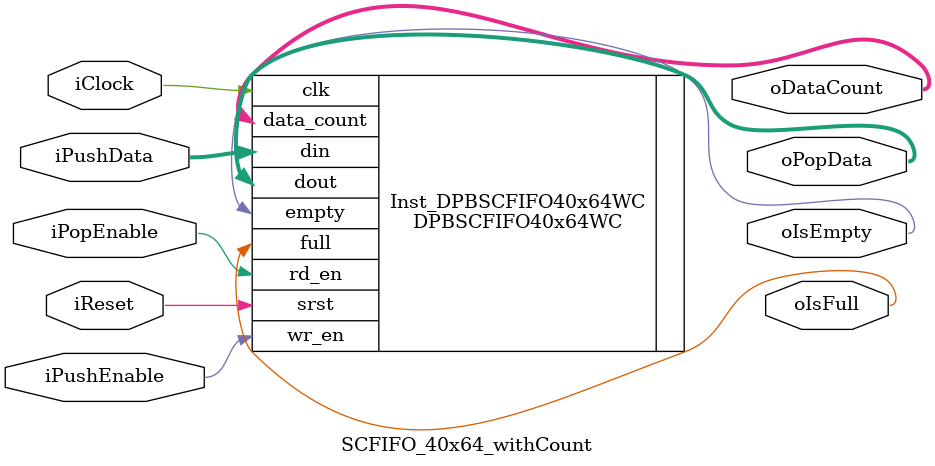
<source format=v>


//////////////////////////////////////////////////////////////////////////////////
// Revision History:
//
// * v1.0.0
//   - first draft 
//////////////////////////////////////////////////////////////////////////////////
`timescale 1ns / 1ps

module SCFIFO_40x64_withCount
(
    input           iClock          ,
    input           iReset          ,

    input   [39:0]  iPushData       ,
    input           iPushEnable     ,
    output          oIsFull         ,
    
    output  [39:0]  oPopData        ,
    input           iPopEnable      ,
    output          oIsEmpty        ,
    
    output  [5:0]   oDataCount
);

    DPBSCFIFO40x64WC
    Inst_DPBSCFIFO40x64WC
    (
        .clk            (iClock         ),
        .srst           (iReset         ),
        .din            (iPushData      ),
        .wr_en          (iPushEnable    ),
        .full           (oIsFull        ),
        .dout           (oPopData       ),
        .rd_en          (iPopEnable     ),
        .empty          (oIsEmpty       ),
        .data_count     (oDataCount     )
    );

endmodule

</source>
